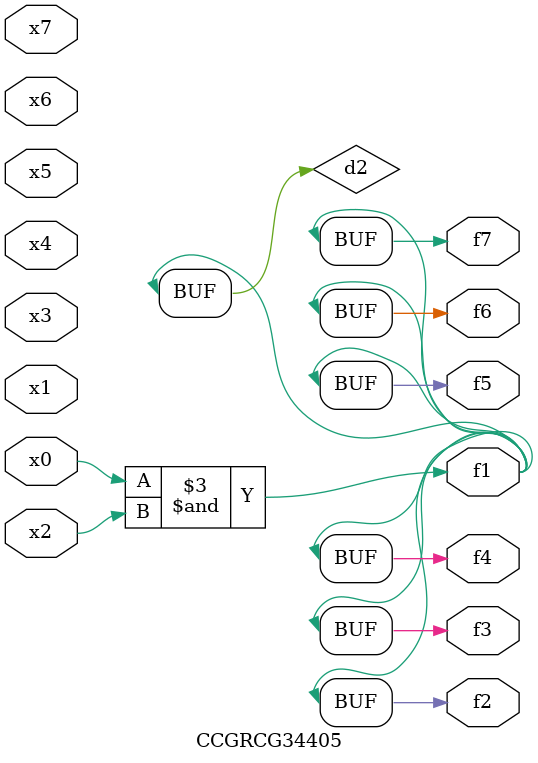
<source format=v>
module CCGRCG34405(
	input x0, x1, x2, x3, x4, x5, x6, x7,
	output f1, f2, f3, f4, f5, f6, f7
);

	wire d1, d2;

	nor (d1, x3, x6);
	and (d2, x0, x2);
	assign f1 = d2;
	assign f2 = d2;
	assign f3 = d2;
	assign f4 = d2;
	assign f5 = d2;
	assign f6 = d2;
	assign f7 = d2;
endmodule

</source>
